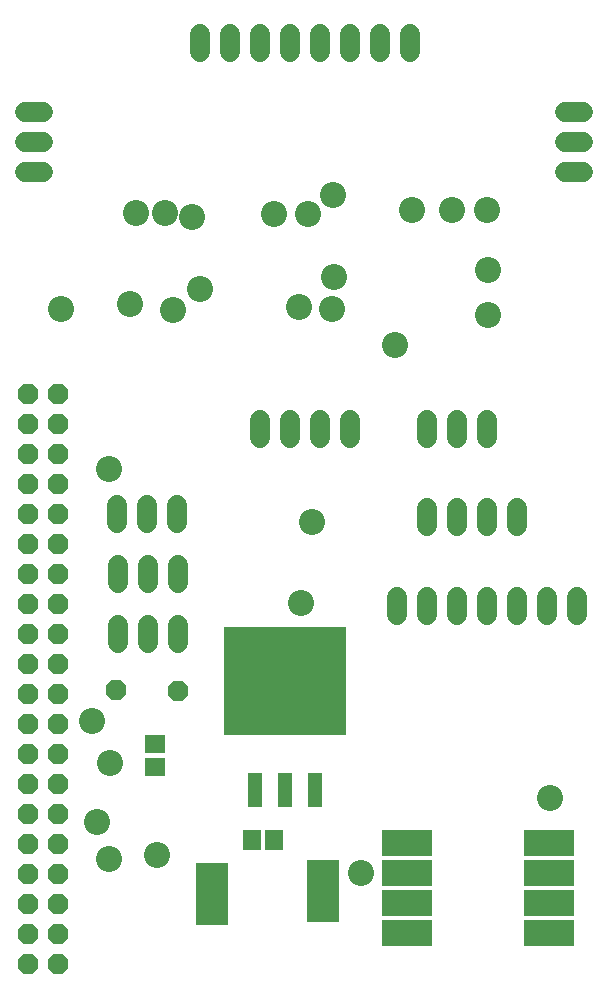
<source format=gbr>
G04 EAGLE Gerber RS-274X export*
G75*
%MOMM*%
%FSLAX34Y34*%
%LPD*%
%INSoldermask Top*%
%IPPOS*%
%AMOC8*
5,1,8,0,0,1.08239X$1,22.5*%
G01*
%ADD10R,1.503200X1.703200*%
%ADD11R,1.703200X1.503200*%
%ADD12R,2.743200X5.283200*%
%ADD13P,1.869504X8X112.500000*%
%ADD14R,4.203200X2.203200*%
%ADD15C,1.727200*%
%ADD16R,1.219200X2.895600*%
%ADD17R,10.363200X9.144000*%
%ADD18P,1.869504X8X22.500000*%
%ADD19C,2.203959*%


D10*
X230530Y146050D03*
X249530Y146050D03*
D11*
X148590Y207670D03*
X148590Y226670D03*
D12*
X196850Y100330D03*
D13*
X66040Y40640D03*
X40640Y40640D03*
X66040Y66040D03*
X40640Y66040D03*
X66040Y91440D03*
X40640Y91440D03*
X66040Y116840D03*
X40640Y116840D03*
X66040Y142240D03*
X40640Y142240D03*
X66040Y167640D03*
X40640Y167640D03*
X66040Y193040D03*
X40640Y193040D03*
X66040Y218440D03*
X40640Y218440D03*
X66040Y243840D03*
X40640Y243840D03*
X66040Y269240D03*
X40640Y269240D03*
X66040Y294640D03*
X40640Y294640D03*
X66040Y320040D03*
X40640Y320040D03*
X66040Y345440D03*
X40640Y345440D03*
X66040Y370840D03*
X40640Y370840D03*
X66040Y396240D03*
X40640Y396240D03*
X66040Y421640D03*
X40640Y421640D03*
X66040Y447040D03*
X40640Y447040D03*
X66040Y472440D03*
X40640Y472440D03*
X66040Y497840D03*
X40640Y497840D03*
X66040Y523240D03*
X40640Y523240D03*
D12*
X290830Y102870D03*
D14*
X361640Y143510D03*
X361640Y118110D03*
X361640Y92710D03*
X361640Y67310D03*
X481640Y67310D03*
X481640Y92710D03*
X481640Y118110D03*
X481640Y143510D03*
D15*
X363982Y812800D02*
X363982Y828040D01*
X338582Y828040D02*
X338582Y812800D01*
X313182Y812800D02*
X313182Y828040D01*
X287782Y828040D02*
X287782Y812800D01*
X262382Y812800D02*
X262382Y828040D01*
X236982Y828040D02*
X236982Y812800D01*
X211582Y812800D02*
X211582Y828040D01*
X186182Y828040D02*
X186182Y812800D01*
X236982Y501650D02*
X236982Y486410D01*
X262382Y486410D02*
X262382Y501650D01*
X287782Y501650D02*
X287782Y486410D01*
X313182Y486410D02*
X313182Y501650D01*
X53340Y762000D02*
X38100Y762000D01*
X38100Y736600D02*
X53340Y736600D01*
X53340Y711200D02*
X38100Y711200D01*
X495300Y711200D02*
X510540Y711200D01*
X510540Y736600D02*
X495300Y736600D01*
X495300Y762000D02*
X510540Y762000D01*
X378460Y501650D02*
X378460Y486410D01*
X403860Y486410D02*
X403860Y501650D01*
X429260Y501650D02*
X429260Y486410D01*
X378460Y426720D02*
X378460Y411480D01*
X403860Y411480D02*
X403860Y426720D01*
X429260Y426720D02*
X429260Y411480D01*
X454660Y411480D02*
X454660Y426720D01*
D16*
X232918Y188214D03*
X258318Y188214D03*
X283718Y188214D03*
D17*
X258318Y280162D03*
D15*
X116840Y312420D02*
X116840Y327660D01*
X142240Y327660D02*
X142240Y312420D01*
X167640Y312420D02*
X167640Y327660D01*
X116840Y363220D02*
X116840Y378460D01*
X142240Y378460D02*
X142240Y363220D01*
X167640Y363220D02*
X167640Y378460D01*
X116332Y414020D02*
X116332Y429260D01*
X141732Y429260D02*
X141732Y414020D01*
X167132Y414020D02*
X167132Y429260D01*
D18*
X115570Y273050D03*
X167894Y271526D03*
D15*
X505460Y336550D02*
X505460Y351790D01*
X480060Y351790D02*
X480060Y336550D01*
X454660Y336550D02*
X454660Y351790D01*
X429260Y351790D02*
X429260Y336550D01*
X403860Y336550D02*
X403860Y351790D01*
X378460Y351790D02*
X378460Y336550D01*
X353060Y336550D02*
X353060Y351790D01*
D19*
X281051Y414909D03*
X149860Y133350D03*
X132080Y676910D03*
X186690Y612140D03*
X68580Y595630D03*
X400050Y679450D03*
X278130Y675640D03*
X156933Y676910D03*
X429260Y679450D03*
X351790Y565150D03*
X299114Y692150D03*
X127000Y599440D03*
X179734Y673100D03*
X248920Y675640D03*
X298450Y595630D03*
X430530Y628650D03*
X365760Y679450D03*
X430530Y590550D03*
X299720Y622300D03*
X270510Y596900D03*
X322580Y118110D03*
X482600Y181610D03*
X99060Y161290D03*
X95250Y246634D03*
X110490Y210820D03*
X271780Y346710D03*
X163830Y594360D03*
X109220Y459740D03*
X109220Y129540D03*
M02*

</source>
